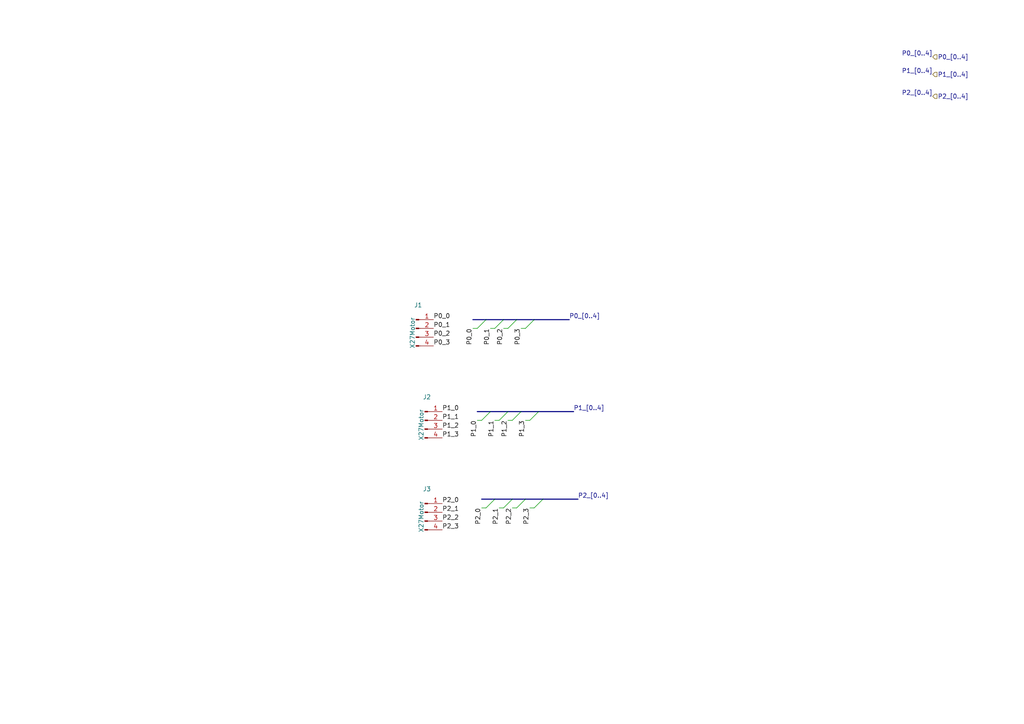
<source format=kicad_sch>
(kicad_sch
	(version 20231120)
	(generator "eeschema")
	(generator_version "8.0")
	(uuid "9f9187ed-2c3e-48db-b56b-30f5c560fa8a")
	(paper "A4")
	(lib_symbols
		(symbol "Connector:Conn_01x04_Pin"
			(pin_names
				(offset 1.016) hide)
			(exclude_from_sim no)
			(in_bom yes)
			(on_board yes)
			(property "Reference" "J"
				(at 0 5.08 0)
				(effects
					(font
						(size 1.27 1.27)
					)
				)
			)
			(property "Value" "Conn_01x04_Pin"
				(at 0 -7.62 0)
				(effects
					(font
						(size 1.27 1.27)
					)
				)
			)
			(property "Footprint" ""
				(at 0 0 0)
				(effects
					(font
						(size 1.27 1.27)
					)
					(hide yes)
				)
			)
			(property "Datasheet" "~"
				(at 0 0 0)
				(effects
					(font
						(size 1.27 1.27)
					)
					(hide yes)
				)
			)
			(property "Description" "Generic connector, single row, 01x04, script generated"
				(at 0 0 0)
				(effects
					(font
						(size 1.27 1.27)
					)
					(hide yes)
				)
			)
			(property "ki_locked" ""
				(at 0 0 0)
				(effects
					(font
						(size 1.27 1.27)
					)
				)
			)
			(property "ki_keywords" "connector"
				(at 0 0 0)
				(effects
					(font
						(size 1.27 1.27)
					)
					(hide yes)
				)
			)
			(property "ki_fp_filters" "Connector*:*_1x??_*"
				(at 0 0 0)
				(effects
					(font
						(size 1.27 1.27)
					)
					(hide yes)
				)
			)
			(symbol "Conn_01x04_Pin_1_1"
				(polyline
					(pts
						(xy 1.27 -5.08) (xy 0.8636 -5.08)
					)
					(stroke
						(width 0.1524)
						(type default)
					)
					(fill
						(type none)
					)
				)
				(polyline
					(pts
						(xy 1.27 -2.54) (xy 0.8636 -2.54)
					)
					(stroke
						(width 0.1524)
						(type default)
					)
					(fill
						(type none)
					)
				)
				(polyline
					(pts
						(xy 1.27 0) (xy 0.8636 0)
					)
					(stroke
						(width 0.1524)
						(type default)
					)
					(fill
						(type none)
					)
				)
				(polyline
					(pts
						(xy 1.27 2.54) (xy 0.8636 2.54)
					)
					(stroke
						(width 0.1524)
						(type default)
					)
					(fill
						(type none)
					)
				)
				(rectangle
					(start 0.8636 -4.953)
					(end 0 -5.207)
					(stroke
						(width 0.1524)
						(type default)
					)
					(fill
						(type outline)
					)
				)
				(rectangle
					(start 0.8636 -2.413)
					(end 0 -2.667)
					(stroke
						(width 0.1524)
						(type default)
					)
					(fill
						(type outline)
					)
				)
				(rectangle
					(start 0.8636 0.127)
					(end 0 -0.127)
					(stroke
						(width 0.1524)
						(type default)
					)
					(fill
						(type outline)
					)
				)
				(rectangle
					(start 0.8636 2.667)
					(end 0 2.413)
					(stroke
						(width 0.1524)
						(type default)
					)
					(fill
						(type outline)
					)
				)
				(pin passive line
					(at 5.08 2.54 180)
					(length 3.81)
					(name "Pin_1"
						(effects
							(font
								(size 1.27 1.27)
							)
						)
					)
					(number "1"
						(effects
							(font
								(size 1.27 1.27)
							)
						)
					)
				)
				(pin passive line
					(at 5.08 0 180)
					(length 3.81)
					(name "Pin_2"
						(effects
							(font
								(size 1.27 1.27)
							)
						)
					)
					(number "2"
						(effects
							(font
								(size 1.27 1.27)
							)
						)
					)
				)
				(pin passive line
					(at 5.08 -2.54 180)
					(length 3.81)
					(name "Pin_3"
						(effects
							(font
								(size 1.27 1.27)
							)
						)
					)
					(number "3"
						(effects
							(font
								(size 1.27 1.27)
							)
						)
					)
				)
				(pin passive line
					(at 5.08 -5.08 180)
					(length 3.81)
					(name "Pin_4"
						(effects
							(font
								(size 1.27 1.27)
							)
						)
					)
					(number "4"
						(effects
							(font
								(size 1.27 1.27)
							)
						)
					)
				)
			)
		)
	)
	(bus_entry
		(at 152.4 95.25)
		(size 2.54 -2.54)
		(stroke
			(width 0)
			(type default)
		)
		(uuid "1a929ac9-9699-4ed4-8d92-7b40f36d8c81")
	)
	(bus_entry
		(at 153.67 121.92)
		(size 2.54 -2.54)
		(stroke
			(width 0)
			(type default)
		)
		(uuid "1dd91c07-7f3e-4569-ab1f-6b6fde371ed6")
	)
	(bus_entry
		(at 143.51 95.25)
		(size 2.54 -2.54)
		(stroke
			(width 0)
			(type default)
		)
		(uuid "2d935370-e2b6-4e6c-976c-3749ccbaf93c")
	)
	(bus_entry
		(at 148.59 121.92)
		(size 2.54 -2.54)
		(stroke
			(width 0)
			(type default)
		)
		(uuid "4afef742-d5b5-4008-bfd7-cb03f8754e09")
	)
	(bus_entry
		(at 144.78 121.92)
		(size 2.54 -2.54)
		(stroke
			(width 0)
			(type default)
		)
		(uuid "4d3d1df1-f569-4ec9-b2be-33c5c934e0d9")
	)
	(bus_entry
		(at 147.32 95.25)
		(size 2.54 -2.54)
		(stroke
			(width 0)
			(type default)
		)
		(uuid "55ac449e-fe2c-4f29-9633-1a5d511ec1c9")
	)
	(bus_entry
		(at 149.86 147.32)
		(size 2.54 -2.54)
		(stroke
			(width 0)
			(type default)
		)
		(uuid "5759a5e9-77e1-46a7-b4d0-52cd6b7862a4")
	)
	(bus_entry
		(at 139.7 121.92)
		(size 2.54 -2.54)
		(stroke
			(width 0)
			(type default)
		)
		(uuid "5c12e3ea-1131-468c-8295-aa36eb4b598f")
	)
	(bus_entry
		(at 154.94 147.32)
		(size 2.54 -2.54)
		(stroke
			(width 0)
			(type default)
		)
		(uuid "63171940-d7ed-40ba-82cf-0ad2ecf15ad8")
	)
	(bus_entry
		(at 146.05 147.32)
		(size 2.54 -2.54)
		(stroke
			(width 0)
			(type default)
		)
		(uuid "8804b702-1135-42fb-9c44-f346cfef5f3f")
	)
	(bus_entry
		(at 138.43 95.25)
		(size 2.54 -2.54)
		(stroke
			(width 0)
			(type default)
		)
		(uuid "a53093f3-2f65-4b49-9718-37f0611782bb")
	)
	(bus_entry
		(at 140.97 147.32)
		(size 2.54 -2.54)
		(stroke
			(width 0)
			(type default)
		)
		(uuid "dd8db275-6a93-4d65-a3e5-920d1652ce30")
	)
	(bus
		(pts
			(xy 139.7 144.78) (xy 143.51 144.78)
		)
		(stroke
			(width 0)
			(type default)
		)
		(uuid "093e36c2-64fb-4f91-a702-e408cd006c38")
	)
	(bus
		(pts
			(xy 152.4 144.78) (xy 157.48 144.78)
		)
		(stroke
			(width 0)
			(type default)
		)
		(uuid "141b8983-f1f6-4908-9317-2e70cbd13e94")
	)
	(bus
		(pts
			(xy 149.86 92.71) (xy 154.94 92.71)
		)
		(stroke
			(width 0)
			(type default)
		)
		(uuid "1ec7c7f1-86b6-427f-9b79-fa8eb877a43c")
	)
	(wire
		(pts
			(xy 139.7 147.32) (xy 140.97 147.32)
		)
		(stroke
			(width 0)
			(type default)
		)
		(uuid "2e0f3204-cff3-47e8-a8b2-9cbc7fadd1f1")
	)
	(wire
		(pts
			(xy 137.16 95.25) (xy 138.43 95.25)
		)
		(stroke
			(width 0)
			(type default)
		)
		(uuid "30c54c7b-3582-4fc0-bba6-48120e95c182")
	)
	(bus
		(pts
			(xy 143.51 144.78) (xy 148.59 144.78)
		)
		(stroke
			(width 0)
			(type default)
		)
		(uuid "345c5cd8-b544-4f91-961f-dfefcfd8b597")
	)
	(wire
		(pts
			(xy 143.51 121.92) (xy 144.78 121.92)
		)
		(stroke
			(width 0)
			(type default)
		)
		(uuid "4280dfd8-f6d9-4845-89c1-5117ad9add61")
	)
	(bus
		(pts
			(xy 147.32 119.38) (xy 151.13 119.38)
		)
		(stroke
			(width 0)
			(type default)
		)
		(uuid "4d1834da-1213-4e9c-97ae-760cff8fee7a")
	)
	(wire
		(pts
			(xy 151.13 95.25) (xy 152.4 95.25)
		)
		(stroke
			(width 0)
			(type default)
		)
		(uuid "53a6e574-2d0b-4d5a-89c1-d530b3399d60")
	)
	(wire
		(pts
			(xy 142.24 95.25) (xy 143.51 95.25)
		)
		(stroke
			(width 0)
			(type default)
		)
		(uuid "557f7e52-87e9-4c9e-8ad7-755426d022ea")
	)
	(bus
		(pts
			(xy 146.05 92.71) (xy 149.86 92.71)
		)
		(stroke
			(width 0)
			(type default)
		)
		(uuid "5cc15ddb-5b8a-451a-acb1-f99aa9885ef2")
	)
	(wire
		(pts
			(xy 144.78 147.32) (xy 146.05 147.32)
		)
		(stroke
			(width 0)
			(type default)
		)
		(uuid "6bcff7e3-d411-4450-a5d0-b17cac574f34")
	)
	(bus
		(pts
			(xy 148.59 144.78) (xy 152.4 144.78)
		)
		(stroke
			(width 0)
			(type default)
		)
		(uuid "8116b998-8f3b-4c24-8346-d9154c562f89")
	)
	(bus
		(pts
			(xy 156.21 119.38) (xy 166.37 119.38)
		)
		(stroke
			(width 0)
			(type default)
		)
		(uuid "9a2a315c-4ec3-49ad-bb78-a359c9e537df")
	)
	(bus
		(pts
			(xy 142.24 119.38) (xy 147.32 119.38)
		)
		(stroke
			(width 0)
			(type default)
		)
		(uuid "9ea92482-6623-419e-8384-057ccdd2f136")
	)
	(wire
		(pts
			(xy 152.4 121.92) (xy 153.67 121.92)
		)
		(stroke
			(width 0)
			(type default)
		)
		(uuid "a9d693fc-3ef5-4e5a-afc3-d3e556a28c9d")
	)
	(bus
		(pts
			(xy 151.13 119.38) (xy 156.21 119.38)
		)
		(stroke
			(width 0)
			(type default)
		)
		(uuid "b31d5f26-e0b5-41f4-b05f-df0d7ec76f75")
	)
	(wire
		(pts
			(xy 147.32 121.92) (xy 148.59 121.92)
		)
		(stroke
			(width 0)
			(type default)
		)
		(uuid "c0baefaf-20b1-4ef6-b0f9-e25819a87de3")
	)
	(wire
		(pts
			(xy 153.67 147.32) (xy 154.94 147.32)
		)
		(stroke
			(width 0)
			(type default)
		)
		(uuid "c2d34190-2787-4d19-9a08-8cf1a7ee7db5")
	)
	(bus
		(pts
			(xy 157.48 144.78) (xy 167.64 144.78)
		)
		(stroke
			(width 0)
			(type default)
		)
		(uuid "cacb2b94-a2b9-4684-b17f-802ec7223c46")
	)
	(bus
		(pts
			(xy 137.16 92.71) (xy 140.97 92.71)
		)
		(stroke
			(width 0)
			(type default)
		)
		(uuid "ce477aba-7392-4729-8173-0454b47ddf70")
	)
	(bus
		(pts
			(xy 138.43 119.38) (xy 142.24 119.38)
		)
		(stroke
			(width 0)
			(type default)
		)
		(uuid "d1ad6b1f-95f9-4b45-8a8b-478e6ab100e0")
	)
	(wire
		(pts
			(xy 146.05 95.25) (xy 147.32 95.25)
		)
		(stroke
			(width 0)
			(type default)
		)
		(uuid "d5575cbe-9aba-4979-94e7-7299567319bd")
	)
	(bus
		(pts
			(xy 154.94 92.71) (xy 165.1 92.71)
		)
		(stroke
			(width 0)
			(type default)
		)
		(uuid "de476bd2-28aa-46e6-b52a-6425acfd551e")
	)
	(wire
		(pts
			(xy 148.59 147.32) (xy 149.86 147.32)
		)
		(stroke
			(width 0)
			(type default)
		)
		(uuid "dfee7fb0-1999-4b17-89cf-55589e6b8c17")
	)
	(bus
		(pts
			(xy 140.97 92.71) (xy 146.05 92.71)
		)
		(stroke
			(width 0)
			(type default)
		)
		(uuid "fca3b10d-afc8-4c0b-9d6c-43c2ca38c467")
	)
	(wire
		(pts
			(xy 138.43 121.92) (xy 139.7 121.92)
		)
		(stroke
			(width 0)
			(type default)
		)
		(uuid "fccbe11f-730f-4616-91b1-64ba79eee615")
	)
	(label "P1_3"
		(at 152.4 121.92 270)
		(fields_autoplaced yes)
		(effects
			(font
				(size 1.27 1.27)
			)
			(justify right bottom)
		)
		(uuid "10c2e90a-571c-4859-9ffe-80bf39b363ee")
	)
	(label "P0_0"
		(at 125.73 92.71 0)
		(fields_autoplaced yes)
		(effects
			(font
				(size 1.27 1.27)
			)
			(justify left bottom)
		)
		(uuid "14277025-8427-4100-bce6-dcb8c0be6d16")
	)
	(label "P2_[0..4]"
		(at 167.64 144.78 0)
		(fields_autoplaced yes)
		(effects
			(font
				(size 1.27 1.27)
			)
			(justify left bottom)
		)
		(uuid "146cd6c9-4187-452a-a1b3-88a7f4d08aae")
	)
	(label "P1_2"
		(at 128.27 124.46 0)
		(fields_autoplaced yes)
		(effects
			(font
				(size 1.27 1.27)
			)
			(justify left bottom)
		)
		(uuid "29ed1b47-1102-4325-9980-8ffe2b8ea890")
	)
	(label "P0_3"
		(at 125.73 100.33 0)
		(fields_autoplaced yes)
		(effects
			(font
				(size 1.27 1.27)
			)
			(justify left bottom)
		)
		(uuid "3071537e-223c-44ce-b880-b891ef271c1d")
	)
	(label "P0_[0..4]"
		(at 270.51 16.51 180)
		(fields_autoplaced yes)
		(effects
			(font
				(size 1.27 1.27)
			)
			(justify right bottom)
		)
		(uuid "435193ee-71ed-46a9-a516-3d9dee80d5f2")
	)
	(label "P1_[0..4]"
		(at 166.37 119.38 0)
		(fields_autoplaced yes)
		(effects
			(font
				(size 1.27 1.27)
			)
			(justify left bottom)
		)
		(uuid "4dd2db30-70cc-4b23-8181-07835f391e18")
	)
	(label "P0_1"
		(at 142.24 95.25 270)
		(fields_autoplaced yes)
		(effects
			(font
				(size 1.27 1.27)
			)
			(justify right bottom)
		)
		(uuid "5aed4687-43ed-446c-a3ba-568d96cc6e24")
	)
	(label "P1_0"
		(at 128.27 119.38 0)
		(fields_autoplaced yes)
		(effects
			(font
				(size 1.27 1.27)
			)
			(justify left bottom)
		)
		(uuid "6005eeff-dca6-4188-90d7-5be99abdd014")
	)
	(label "P1_3"
		(at 128.27 127 0)
		(fields_autoplaced yes)
		(effects
			(font
				(size 1.27 1.27)
			)
			(justify left bottom)
		)
		(uuid "62327bed-d13c-4190-ae53-1461c8d6ee4d")
	)
	(label "P2_3"
		(at 153.67 147.32 270)
		(fields_autoplaced yes)
		(effects
			(font
				(size 1.27 1.27)
			)
			(justify right bottom)
		)
		(uuid "7abcf6fb-9156-479c-b65b-acf23d48cb0e")
	)
	(label "P2_2"
		(at 128.27 151.13 0)
		(fields_autoplaced yes)
		(effects
			(font
				(size 1.27 1.27)
			)
			(justify left bottom)
		)
		(uuid "7d5e70f4-3f91-409e-98ce-29dae909e53b")
	)
	(label "P2_3"
		(at 128.27 153.67 0)
		(fields_autoplaced yes)
		(effects
			(font
				(size 1.27 1.27)
			)
			(justify left bottom)
		)
		(uuid "81a5fc86-7344-4600-87e6-360d2c586790")
	)
	(label "P0_2"
		(at 125.73 97.79 0)
		(fields_autoplaced yes)
		(effects
			(font
				(size 1.27 1.27)
			)
			(justify left bottom)
		)
		(uuid "883bb2b3-2956-462d-a9a2-6ff2c70e46e9")
	)
	(label "P0_0"
		(at 137.16 95.25 270)
		(fields_autoplaced yes)
		(effects
			(font
				(size 1.27 1.27)
			)
			(justify right bottom)
		)
		(uuid "9b847335-f524-4c02-b05c-6a45aef06590")
	)
	(label "P0_[0..4]"
		(at 165.1 92.71 0)
		(fields_autoplaced yes)
		(effects
			(font
				(size 1.27 1.27)
			)
			(justify left bottom)
		)
		(uuid "9ec36c13-3c3e-48c2-928a-270254f4d816")
	)
	(label "P2_1"
		(at 144.78 147.32 270)
		(fields_autoplaced yes)
		(effects
			(font
				(size 1.27 1.27)
			)
			(justify right bottom)
		)
		(uuid "9ed76620-15c0-4831-913a-fe423e70bb4b")
	)
	(label "P2_[0..4]"
		(at 270.51 27.94 180)
		(fields_autoplaced yes)
		(effects
			(font
				(size 1.27 1.27)
			)
			(justify right bottom)
		)
		(uuid "a229feed-b944-41c2-8756-b2ccb749282e")
	)
	(label "P2_1"
		(at 128.27 148.59 0)
		(fields_autoplaced yes)
		(effects
			(font
				(size 1.27 1.27)
			)
			(justify left bottom)
		)
		(uuid "a2b7fcf1-fa82-4a44-ad93-8fd2f655d4bf")
	)
	(label "P1_2"
		(at 147.32 121.92 270)
		(fields_autoplaced yes)
		(effects
			(font
				(size 1.27 1.27)
			)
			(justify right bottom)
		)
		(uuid "a75786ae-72a9-40e0-89f8-80a7b13ddd01")
	)
	(label "P1_[0..4]"
		(at 270.51 21.59 180)
		(fields_autoplaced yes)
		(effects
			(font
				(size 1.27 1.27)
			)
			(justify right bottom)
		)
		(uuid "ad14edd6-4aeb-441a-b01d-b115438279b6")
	)
	(label "P1_1"
		(at 143.51 121.92 270)
		(fields_autoplaced yes)
		(effects
			(font
				(size 1.27 1.27)
			)
			(justify right bottom)
		)
		(uuid "bcfcfc12-46b5-41ac-8eca-b350b25649e3")
	)
	(label "P0_2"
		(at 146.05 95.25 270)
		(fields_autoplaced yes)
		(effects
			(font
				(size 1.27 1.27)
			)
			(justify right bottom)
		)
		(uuid "c3d92584-9ad4-4400-be19-5c12707c829b")
	)
	(label "P0_1"
		(at 125.73 95.25 0)
		(fields_autoplaced yes)
		(effects
			(font
				(size 1.27 1.27)
			)
			(justify left bottom)
		)
		(uuid "cd824d98-fdf2-4271-adf2-041bbaa4b98d")
	)
	(label "P0_3"
		(at 151.13 95.25 270)
		(fields_autoplaced yes)
		(effects
			(font
				(size 1.27 1.27)
			)
			(justify right bottom)
		)
		(uuid "d29c81e2-e830-4e8b-9a81-f527a53c39dd")
	)
	(label "P2_0"
		(at 139.7 147.32 270)
		(fields_autoplaced yes)
		(effects
			(font
				(size 1.27 1.27)
			)
			(justify right bottom)
		)
		(uuid "d8a8ba94-fad9-4f83-8a59-032a6e33176c")
	)
	(label "P1_1"
		(at 128.27 121.92 0)
		(fields_autoplaced yes)
		(effects
			(font
				(size 1.27 1.27)
			)
			(justify left bottom)
		)
		(uuid "ea53dfd4-eff9-4a75-9df7-474a6f032d8e")
	)
	(label "P1_0"
		(at 138.43 121.92 270)
		(fields_autoplaced yes)
		(effects
			(font
				(size 1.27 1.27)
			)
			(justify right bottom)
		)
		(uuid "ee491343-9988-4de2-9a2e-7ec59394d124")
	)
	(label "P2_0"
		(at 128.27 146.05 0)
		(fields_autoplaced yes)
		(effects
			(font
				(size 1.27 1.27)
			)
			(justify left bottom)
		)
		(uuid "f7c05407-1eec-42e9-8974-6544a4043294")
	)
	(label "P2_2"
		(at 148.59 147.32 270)
		(fields_autoplaced yes)
		(effects
			(font
				(size 1.27 1.27)
			)
			(justify right bottom)
		)
		(uuid "f9f35317-ddb5-4b51-aca8-7ee6a68c0a6a")
	)
	(hierarchical_label "P1_[0..4]"
		(shape input)
		(at 270.51 21.59 0)
		(fields_autoplaced yes)
		(effects
			(font
				(size 1.27 1.27)
			)
			(justify left)
		)
		(uuid "1de1eff1-1f09-49b1-9df5-ddf555f72705")
	)
	(hierarchical_label "P0_[0..4]"
		(shape input)
		(at 270.51 16.51 0)
		(fields_autoplaced yes)
		(effects
			(font
				(size 1.27 1.27)
			)
			(justify left)
		)
		(uuid "7c9f5141-b8c3-473e-bdf9-a26e7d200002")
	)
	(hierarchical_label "P2_[0..4]"
		(shape input)
		(at 270.51 27.94 0)
		(fields_autoplaced yes)
		(effects
			(font
				(size 1.27 1.27)
			)
			(justify left)
		)
		(uuid "c3dff458-5c0b-46ea-beab-41d530b149ad")
	)
	(symbol
		(lib_id "Connector:Conn_01x04_Pin")
		(at 123.19 148.59 0)
		(unit 1)
		(exclude_from_sim no)
		(in_bom yes)
		(on_board yes)
		(dnp no)
		(uuid "9d43d2a2-5b0d-475c-a2a8-63faed1b74f9")
		(property "Reference" "J3"
			(at 123.825 141.8293 0)
			(effects
				(font
					(size 1.27 1.27)
				)
			)
		)
		(property "Value" "X27Motor"
			(at 122.174 149.86 90)
			(effects
				(font
					(size 1.27 1.27)
				)
			)
		)
		(property "Footprint" "Library:X27-168"
			(at 123.19 148.59 0)
			(effects
				(font
					(size 1.27 1.27)
				)
				(hide yes)
			)
		)
		(property "Datasheet" "~"
			(at 123.19 148.59 0)
			(effects
				(font
					(size 1.27 1.27)
				)
				(hide yes)
			)
		)
		(property "Description" "Generic connector, single row, 01x04, script generated"
			(at 123.19 148.59 0)
			(effects
				(font
					(size 1.27 1.27)
				)
				(hide yes)
			)
		)
		(pin "3"
			(uuid "9f40ba13-ea51-49a9-9e87-8be58cdbbc5e")
		)
		(pin "2"
			(uuid "a07f13e4-beb3-41e9-a599-a752a202f1b4")
		)
		(pin "4"
			(uuid "5942a61a-dd29-47b2-9bdc-868352b4942c")
		)
		(pin "1"
			(uuid "ab8a2f39-37b1-4b74-83c8-e6f8be76b231")
		)
		(instances
			(project "ErrorDisplay"
				(path "/96a9355b-dc07-421e-8192-6c91221ac38a/156055a7-0314-4264-bfe8-1ce416b07d9a"
					(reference "J3")
					(unit 1)
				)
			)
		)
	)
	(symbol
		(lib_id "Connector:Conn_01x04_Pin")
		(at 123.19 121.92 0)
		(unit 1)
		(exclude_from_sim no)
		(in_bom yes)
		(on_board yes)
		(dnp no)
		(uuid "a522a5f2-5f9c-4200-95f2-79cb6690c59c")
		(property "Reference" "J2"
			(at 123.825 115.1593 0)
			(effects
				(font
					(size 1.27 1.27)
				)
			)
		)
		(property "Value" "X27Motor"
			(at 122.174 123.19 90)
			(effects
				(font
					(size 1.27 1.27)
				)
			)
		)
		(property "Footprint" "Library:X27-168"
			(at 123.19 121.92 0)
			(effects
				(font
					(size 1.27 1.27)
				)
				(hide yes)
			)
		)
		(property "Datasheet" "~"
			(at 123.19 121.92 0)
			(effects
				(font
					(size 1.27 1.27)
				)
				(hide yes)
			)
		)
		(property "Description" "Generic connector, single row, 01x04, script generated"
			(at 123.19 121.92 0)
			(effects
				(font
					(size 1.27 1.27)
				)
				(hide yes)
			)
		)
		(pin "3"
			(uuid "e2e1cf1a-f64d-4224-bb03-3600a8e77167")
		)
		(pin "2"
			(uuid "d64e5dc1-e754-4592-9120-f35feb7d0818")
		)
		(pin "4"
			(uuid "c3512aaa-e4b3-47ad-9abe-d7ca387dfc1d")
		)
		(pin "1"
			(uuid "0d9e84e4-d425-482b-8310-d1005260c2b9")
		)
		(instances
			(project "ErrorDisplay"
				(path "/96a9355b-dc07-421e-8192-6c91221ac38a/156055a7-0314-4264-bfe8-1ce416b07d9a"
					(reference "J2")
					(unit 1)
				)
			)
		)
	)
	(symbol
		(lib_id "Connector:Conn_01x04_Pin")
		(at 120.65 95.25 0)
		(unit 1)
		(exclude_from_sim no)
		(in_bom yes)
		(on_board yes)
		(dnp no)
		(uuid "d32c114e-9b5d-4a69-89e0-a2c6fe3b1df4")
		(property "Reference" "J1"
			(at 121.285 88.4893 0)
			(effects
				(font
					(size 1.27 1.27)
				)
			)
		)
		(property "Value" "X27Motor"
			(at 119.634 96.52 90)
			(effects
				(font
					(size 1.27 1.27)
				)
			)
		)
		(property "Footprint" "Library:X27-168"
			(at 120.65 95.25 0)
			(effects
				(font
					(size 1.27 1.27)
				)
				(hide yes)
			)
		)
		(property "Datasheet" "~"
			(at 120.65 95.25 0)
			(effects
				(font
					(size 1.27 1.27)
				)
				(hide yes)
			)
		)
		(property "Description" "Generic connector, single row, 01x04, script generated"
			(at 120.65 95.25 0)
			(effects
				(font
					(size 1.27 1.27)
				)
				(hide yes)
			)
		)
		(pin "3"
			(uuid "281235ea-ce58-4883-a941-22dec379047f")
		)
		(pin "2"
			(uuid "59d14188-8330-47cc-9a8b-b3a1825d185c")
		)
		(pin "4"
			(uuid "36370b94-4cf5-41c4-b78b-0ea7cb4c0ead")
		)
		(pin "1"
			(uuid "cbcd4e4d-683c-4cb1-bec9-aa2aebd6c175")
		)
		(instances
			(project "ErrorDisplay"
				(path "/96a9355b-dc07-421e-8192-6c91221ac38a/156055a7-0314-4264-bfe8-1ce416b07d9a"
					(reference "J1")
					(unit 1)
				)
			)
		)
	)
)

</source>
